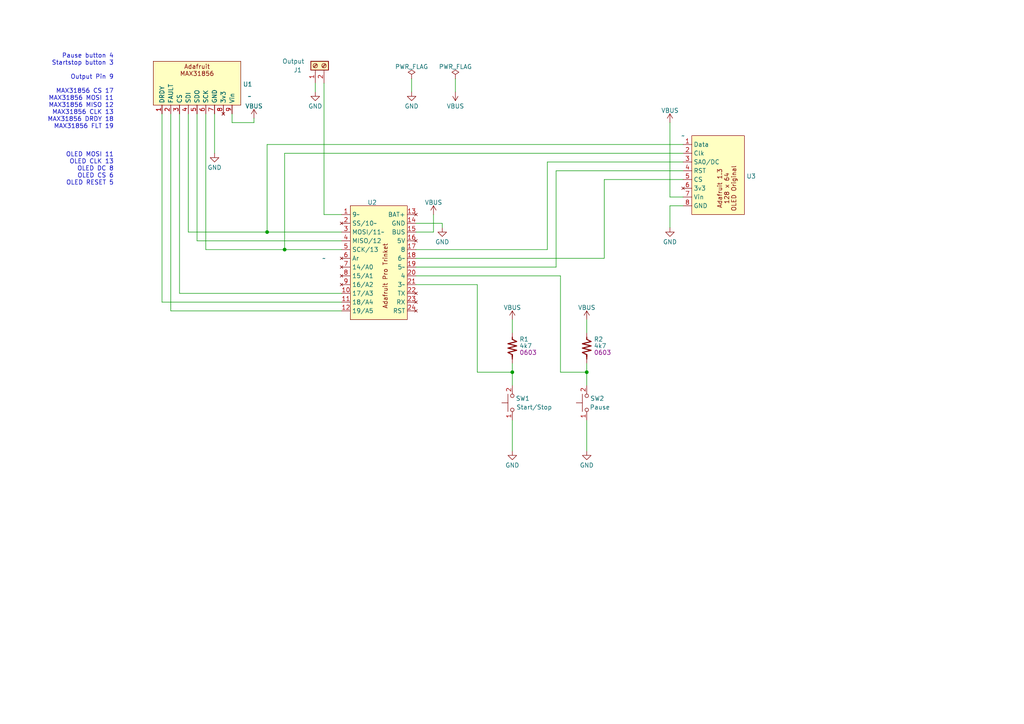
<source format=kicad_sch>
(kicad_sch (version 20230121) (generator eeschema)
  (paper "A4")
  (lib_symbols
    (symbol "MyBoards:Adafruit_1.3_128_x_64_OLED_Original"
      (property "Reference" "U2" (at 10.4768 1.9765 90))
      (property "Value" "~" (at 0 0 0))
      (symbol "Adafruit_1.3_128_x_64_OLED_Original_1_1"
        (rectangle (start 2.54 0) (end 17.78 -22.86) (fill (type background)))
        (text "Adafruit 1.3\n128 x 64\nOLED Original" (at 12.7 -15.24 900) (effects (font (size 1.27 1.27))))
        (pin input line (at 0 -2.54 0) (length 2.54) (name "Data") (number "1"))
        (pin input line (at 0 -5.08 0) (length 2.54) (name "Clk") (number "2"))
        (pin input line (at 0 -7.62 0) (length 2.54) (name "SA0/DC") (number "3"))
        (pin input line (at 0 -10.16 0) (length 2.54) (name "RST") (number "4"))
        (pin input line (at 0 -12.7 0) (length 2.54) (name "CS") (number "5"))
        (pin no_connect line (at 0 -15.24 0) (length 2.54) (name "3v3") (number "6"))
        (pin passive line (at 0 -17.78 0) (length 2.54) (name "Vin") (number "7"))
        (pin passive line (at 0 -20.32 0) (length 2.54) (name "GND") (number "8"))
      )
    )
    (symbol "MyBoards:Adafruit_MAX31856"
      (property "Reference" "U3" (at 0.5635 -3.4932 0))
      (property "Value" "~" (at 0 0 0))
      (symbol "Adafruit_MAX31856_1_1"
        (rectangle (start 2.54 2.54) (end 27.94 -10.16) (fill (type background)))
        (text "Adafruit\nMAX31856" (at 15.24 -7.62 0) (effects (font (size 1.27 1.27))))
        (pin bidirectional line (at 25.4 5.08 270) (length 2.54) (name "DRDY") (number "1"))
        (pin bidirectional line (at 22.86 5.08 270) (length 2.54) (name "FAULT") (number "2"))
        (pin bidirectional line (at 20.32 5.08 270) (length 2.54) (name "CS") (number "3"))
        (pin bidirectional line (at 17.78 5.08 270) (length 2.54) (name "SDI") (number "4"))
        (pin bidirectional line (at 15.24 5.08 270) (length 2.54) (name "SDO") (number "5"))
        (pin bidirectional line (at 12.7 5.08 270) (length 2.54) (name "SCK") (number "6"))
        (pin passive line (at 10.16 5.08 270) (length 2.54) (name "GND") (number "7"))
        (pin no_connect line (at 7.62 5.08 270) (length 2.54) (name "3v3") (number "8"))
        (pin passive line (at 5.08 5.08 270) (length 2.54) (name "Vin") (number "9"))
      )
    )
    (symbol "MyBoards:Adafruit_Pro_Trinket"
      (property "Reference" "U1" (at 6.35 -1.5781 0))
      (property "Value" "~" (at -7.62 -17.78 0))
      (symbol "Adafruit_Pro_Trinket_1_1"
        (rectangle (start 0 -2.54) (end 16.51 -35.56) (fill (type background)))
        (text "Adafruit Pro Trinket" (at 10.16 -22.86 900) (effects (font (size 1.27 1.27))))
        (pin bidirectional line (at -2.54 -5.08 0) (length 2.54) (name "9~") (number "1"))
        (pin bidirectional line (at -2.54 -27.94 0) (length 2.54) (name "17/A3") (number "10"))
        (pin bidirectional line (at -2.54 -30.48 0) (length 2.54) (name "18/A4") (number "11"))
        (pin bidirectional line (at -2.54 -33.02 0) (length 2.54) (name "19/A5") (number "12"))
        (pin no_connect line (at 19.05 -5.08 180) (length 2.54) (name "BAT+") (number "13"))
        (pin passive line (at 19.05 -7.62 180) (length 2.54) (name "GND") (number "14"))
        (pin passive line (at 19.05 -10.16 180) (length 2.54) (name "BUS") (number "15"))
        (pin no_connect line (at 19.05 -12.7 180) (length 2.54) (name "5V") (number "16"))
        (pin bidirectional line (at 19.05 -15.24 180) (length 2.54) (name "8") (number "17"))
        (pin bidirectional line (at 19.05 -17.78 180) (length 2.54) (name "6~") (number "18"))
        (pin bidirectional line (at 19.05 -20.32 180) (length 2.54) (name "5~") (number "19"))
        (pin no_connect line (at -2.54 -7.62 0) (length 2.54) (name "SS/10~") (number "2"))
        (pin bidirectional line (at 19.05 -22.86 180) (length 2.54) (name "4") (number "20"))
        (pin bidirectional line (at 19.05 -25.4 180) (length 2.54) (name "3~") (number "21"))
        (pin no_connect line (at 19.05 -27.94 180) (length 2.54) (name "TX") (number "22"))
        (pin no_connect line (at 19.05 -30.48 180) (length 2.54) (name "RX") (number "23"))
        (pin no_connect line (at 19.05 -33.02 180) (length 2.54) (name "RST") (number "24"))
        (pin bidirectional line (at -2.54 -10.16 0) (length 2.54) (name "MOSI/11~") (number "3"))
        (pin bidirectional line (at -2.54 -12.7 0) (length 2.54) (name "MISO/12") (number "4"))
        (pin bidirectional line (at -2.54 -15.24 0) (length 2.54) (name "SCK/13") (number "5"))
        (pin no_connect line (at -2.54 -17.78 0) (length 2.54) (name "Ar") (number "6"))
        (pin no_connect line (at -2.54 -20.32 0) (length 2.54) (name "14/A0") (number "7"))
        (pin no_connect line (at -2.54 -22.86 0) (length 2.54) (name "15/A1") (number "8"))
        (pin no_connect line (at -2.54 -25.4 0) (length 2.54) (name "16/A2") (number "9"))
      )
    )
    (symbol "MyResistors:R_vert" (pin_numbers hide) (pin_names (offset 0))
      (property "Reference" "R" (at 2.54 2.54 0))
      (property "Value" "R_vert" (at 2.54 0 0))
      (property "Package Size" "XXXX" (at 2.54 -2.54 0))
      (property "MPN" "MFR P/N" (at 7.62 7.62 0))
      (symbol "R_vert_0_1"
        (polyline (pts (xy 0 -3.81) (xy 0 -2.54)) (stroke (width 0.3048)))
        (polyline (pts (xy 0 -2.54) (xy 0 -3.175)) (stroke (width 0.3048)))
        (polyline (pts (xy 0 1.905) (xy 0 2.54)) (stroke (width 0.3048)))
        (polyline (pts (xy 0 1.905) (xy 1.27 1.27) (xy -1.27 0.635) (xy 1.27 0) (xy -1.27 -0.635) (xy 1.27 -1.27) (xy -1.27 -1.905) (xy 0 -2.54)) (stroke (width 0.3048)))
      )
      (symbol "R_vert_1_1"
        (pin passive line (at 0 3.81 270) (length 1.27) (name "~") (number "1"))
        (pin passive line (at 0 -5.08 90) (length 1.27) (name "~") (number "2"))
      )
    )
    (symbol "SW_Push_1" (pin_names (offset 1.016) hide)
      (property "Reference" "SW" (at 1.27 2.54 0))
      (property "Value" "SW_Push" (at 0 -1.524 0))
      (symbol "SW_Push_1_0_1"
        (circle (center -2.032 0) (radius 0.508))
        (polyline (pts (xy 0 1.27) (xy 0 3.048)))
        (polyline (pts (xy 2.54 1.27) (xy -2.54 1.27)))
        (circle (center 2.032 0) (radius 0.508))
        (pin passive line (at -5.08 0 0) (length 2.54) (name "1") (number "1"))
        (pin passive line (at 5.08 0 180) (length 2.54) (name "2") (number "2"))
      )
    )
    (symbol "Screw_Terminal_01x02 TE 282834-2_1" (pin_names (offset 1.016) hide)
      (property "Reference" "J" (at 2.54 2.54 0))
      (property "Value" "Screw_Terminal_01x02 TE 282834-2" (at 3.81 -2.54 0))
      (symbol "Screw_Terminal_01x02 TE 282834-2_1_1_1"
        (rectangle (start -1.27 3.81) (end 1.27 -1.27) (stroke (width 0.254)) (fill (type background)))
        (polyline (pts (xy -0.5334 0.3302) (xy 0.3302 -0.508)) (stroke (width 0.1524)))
        (polyline (pts (xy -0.5334 2.8702) (xy 0.3302 2.032)) (stroke (width 0.1524)))
        (polyline (pts (xy -0.3556 0.508) (xy 0.508 -0.3302)) (stroke (width 0.1524)))
        (polyline (pts (xy -0.3556 3.048) (xy 0.508 2.2098)) (stroke (width 0.1524)))
        (circle (center 0 0) (radius 0.635) (stroke (width 0.1524)))
        (circle (center 0 2.54) (radius 0.635) (stroke (width 0.1524)))
        (pin passive line (at -5.08 2.54 0) (length 3.81) (name "Pin_1") (number "1"))
        (pin passive line (at -5.08 0 0) (length 3.81) (name "Pin_2") (number "2"))
      )
    )
    (symbol "Switch:SW_Push" (pin_names (offset 1.016) hide)
      (property "Reference" "SW" (at 1.27 2.54 0))
      (property "Value" "SW_Push" (at 0 -1.524 0))
      (symbol "SW_Push_0_1"
        (circle (center -2.032 0) (radius 0.508))
        (polyline (pts (xy 0 1.27) (xy 0 3.048)))
        (polyline (pts (xy 2.54 1.27) (xy -2.54 1.27)))
        (circle (center 2.032 0) (radius 0.508))
        (pin passive line (at -5.08 0 0) (length 2.54) (name "1") (number "1"))
        (pin passive line (at 5.08 0 180) (length 2.54) (name "2") (number "2"))
      )
    )
    (symbol "power:GND" (power) (pin_names (offset 0))
      (property "Value" "GND" (at 0 -3.81 0))
      (symbol "GND_0_1"
        (polyline (pts (xy 0 0) (xy 0 -1.27) (xy 1.27 -1.27) (xy 0 -2.54) (xy -1.27 -1.27) (xy 0 -1.27)))
      )
      (symbol "GND_1_1"
        (pin power_in line (at 0 0 270) (length 0) hide (name "GND") (number "1"))
      )
    )
    (symbol "power:PWR_FLAG" (power) (pin_numbers hide) (pin_names (offset 0) hide)
      (property "Value" "PWR_FLAG" (at 0 3.81 0))
      (symbol "PWR_FLAG_0_0"
        (pin power_out line (at 0 0 90) (length 0) (name "pwr") (number "1"))
      )
      (symbol "PWR_FLAG_0_1"
        (polyline (pts (xy 0 0) (xy 0 1.27) (xy -1.016 1.905) (xy 0 2.54) (xy 1.016 1.905) (xy 0 1.27)))
      )
    )
    (symbol "power:VBUS" (power) (pin_names (offset 0))
      (property "Value" "VBUS" (at 0 3.81 0))
      (symbol "VBUS_0_1"
        (polyline (pts (xy -0.762 1.27) (xy 0 2.54)))
        (polyline (pts (xy 0 0) (xy 0 2.54)))
        (polyline (pts (xy 0 2.54) (xy 0.762 1.27)))
      )
      (symbol "VBUS_1_1"
        (pin power_in line (at 0 0 90) (length 0) hide (name "VBUS") (number "1"))
      )
    )
  )
  (junction (at 77.47 67.31))
  (junction (at 148.59 107.95))
  (junction (at 170.18 107.95))
  (junction (at 82.55 72.39))
  (wire (pts (xy 158.75 72.39) (xy 120.65 72.39)))
  (wire (pts (xy 73.66 35.56) (xy 67.31 35.56)))
  (wire (pts (xy 148.59 92.71) (xy 148.59 96.52)))
  (wire (pts (xy 175.26 52.07) (xy 175.26 74.93)))
  (wire (pts (xy 99.06 87.63) (xy 46.99 87.63)))
  (wire (pts (xy 119.38 22.86) (xy 119.38 26.67)))
  (wire (pts (xy 120.65 74.93) (xy 175.26 74.93)))
  (wire (pts (xy 57.15 69.85) (xy 57.15 33.02)))
  (wire (pts (xy 99.06 67.31) (xy 77.47 67.31)))
  (wire (pts (xy 54.61 67.31) (xy 54.61 33.02)))
  (wire (pts (xy 46.99 87.63) (xy 46.99 33.02)))
  (wire (pts (xy 59.69 72.39) (xy 59.69 33.02)))
  (wire (pts (xy 91.44 24.13) (xy 91.44 26.67)))
  (wire (pts (xy 67.31 33.02) (xy 67.31 35.56)))
  (wire (pts (xy 120.65 82.55) (xy 138.43 82.55)))
  (wire (pts (xy 77.47 41.91) (xy 77.47 67.31)))
  (wire (pts (xy 82.55 44.45) (xy 82.55 72.39)))
  (wire (pts (xy 198.12 41.91) (xy 77.47 41.91)))
  (wire (pts (xy 132.08 22.86) (xy 132.08 26.67)))
  (wire (pts (xy 120.65 77.47) (xy 161.29 77.47)))
  (wire (pts (xy 82.55 72.39) (xy 59.69 72.39)))
  (wire (pts (xy 170.18 121.92) (xy 170.18 130.81)))
  (wire (pts (xy 138.43 82.55) (xy 138.43 107.95)))
  (wire (pts (xy 120.65 80.01) (xy 162.56 80.01)))
  (wire (pts (xy 170.18 111.76) (xy 170.18 107.95)))
  (wire (pts (xy 99.06 72.39) (xy 82.55 72.39)))
  (wire (pts (xy 148.59 111.76) (xy 148.59 107.95)))
  (wire (pts (xy 194.31 59.69) (xy 198.12 59.69)))
  (wire (pts (xy 77.47 67.31) (xy 54.61 67.31)))
  (wire (pts (xy 194.31 57.15) (xy 198.12 57.15)))
  (wire (pts (xy 162.56 80.01) (xy 162.56 107.95)))
  (wire (pts (xy 93.98 24.13) (xy 93.98 62.23)))
  (wire (pts (xy 62.23 33.02) (xy 62.23 44.45)))
  (wire (pts (xy 170.18 92.71) (xy 170.18 96.52)))
  (wire (pts (xy 148.59 107.95) (xy 148.59 105.41)))
  (wire (pts (xy 194.31 35.56) (xy 194.31 57.15)))
  (wire (pts (xy 161.29 49.53) (xy 161.29 77.47)))
  (wire (pts (xy 170.18 107.95) (xy 170.18 105.41)))
  (wire (pts (xy 128.27 64.77) (xy 128.27 66.04)))
  (wire (pts (xy 198.12 52.07) (xy 175.26 52.07)))
  (wire (pts (xy 125.73 62.23) (xy 125.73 67.31)))
  (wire (pts (xy 52.07 85.09) (xy 99.06 85.09)))
  (wire (pts (xy 194.31 59.69) (xy 194.31 66.04)))
  (wire (pts (xy 158.75 46.99) (xy 158.75 72.39)))
  (wire (pts (xy 120.65 67.31) (xy 125.73 67.31)))
  (wire (pts (xy 148.59 121.92) (xy 148.59 130.81)))
  (wire (pts (xy 93.98 62.23) (xy 99.06 62.23)))
  (wire (pts (xy 120.65 64.77) (xy 128.27 64.77)))
  (wire (pts (xy 138.43 107.95) (xy 148.59 107.95)))
  (wire (pts (xy 52.07 33.02) (xy 52.07 85.09)))
  (wire (pts (xy 49.53 90.17) (xy 49.53 33.02)))
  (wire (pts (xy 73.66 34.29) (xy 73.66 35.56)))
  (wire (pts (xy 198.12 46.99) (xy 158.75 46.99)))
  (wire (pts (xy 99.06 69.85) (xy 57.15 69.85)))
  (wire (pts (xy 162.56 107.95) (xy 170.18 107.95)))
  (wire (pts (xy 198.12 49.53) (xy 161.29 49.53)))
  (wire (pts (xy 99.06 90.17) (xy 49.53 90.17)))
  (wire (pts (xy 198.12 44.45) (xy 82.55 44.45)))
  (text "Pause button 4\nStartstop button 3\n\nOutput Pin 9\n\nMAX31856 CS 17\nMAX31856 MOSI 11\nMAX31856 MISO 12\nMAX31856 CLK 13\nMAX31856 DRDY 18\nMAX31856 FLT 19\n\n\n\nOLED MOSI 11\nOLED CLK 13\nOLED DC 8\nOLED CS 6\nOLED RESET 5\n\n" (at 33.02 55.88 0) (effects (font (size 1.27 1.27)) (justify right bottom)))
  (symbol (lib_id "power:GND") (at 148.59 130.81 0) (unit 1)
    (property "Reference" "#PWR09" (effects hide))
    (property "Value" "GND" (at 148.59 134.9455 0))
  )
  (symbol (lib_id "power:VBUS") (at 73.66 34.29 0) (unit 1)
    (property "Reference" "#PWR02" (effects hide))
    (property "Value" "VBUS" (at 73.66 30.7881 0))
  )
  (symbol (lib_id "power:GND") (at 128.27 66.04 0) (unit 1)
    (property "Reference" "#PWR06" (effects hide))
    (property "Value" "GND" (at 128.27 70.1755 0))
  )
  (symbol (lib_id "power:VBUS") (at 132.08 26.67 180) (unit 1)
    (property "Reference" "#PWR07" (effects hide))
    (property "Value" "VBUS" (at 132.08 30.8055 0))
  )
  (symbol (lib_id "power:VBUS") (at 194.31 35.56 0) (unit 1)
    (property "Reference" "#PWR012" (effects hide))
    (property "Value" "VBUS" (at 194.31 32.0581 0))
  )
  (symbol (lib_id "power:VBUS") (at 170.18 92.71 0) (unit 1)
    (property "Reference" "#PWR010" (effects hide))
    (property "Value" "VBUS" (at 170.18 89.2081 0))
  )
  (symbol (lib_id "MyResistors:R_vert") (at 148.59 100.33 0) (unit 1)
    (property "Reference" "R1" (at 150.6474 98.4003 0) (effects (justify left)))
    (property "Value" "4k7" (at 150.6474 100.3213 0) (effects (justify left)))
    (property "Footprint" "Resistor_SMD:R_0603_1608Metric_Pad0.98x0.95mm_HandSolder" (effects hide))
    (property "Package Size" "0603" (at 150.6474 102.2423 0) (effects (justify left)))
    (property "MPN" "MFR P/N" (effects hide))
    (property "Digi-Key_PN" "-" (effects hide))
    (property "Prefix" "R" (effects hide))
    (property "Website" "-" (effects hide))
    (property "Description" "-" (effects hide))
    (property "Manufacturer" "-" (effects hide))
  )
  (symbol (lib_id "power:GND") (at 119.38 26.67 0) (unit 1)
    (property "Reference" "#PWR04" (effects hide))
    (property "Value" "GND" (at 119.38 30.8055 0))
  )
  (symbol (lib_id "MyBoards:Adafruit_Pro_Trinket") (at 101.6 57.15 0) (unit 1)
    (property "Reference" "U2" (at 107.95 58.7281 0))
    (property "Value" "~" (at 93.98 74.93 0))
    (property "Footprint" "MyBoards:Adafruit Pro Trinket" (effects hide))
  )
  (symbol (lib_id "power:VBUS") (at 125.73 62.23 0) (unit 1)
    (property "Reference" "#PWR05" (effects hide))
    (property "Value" "VBUS" (at 125.73 58.7281 0))
  )
  (symbol (lib_name "SW_Push_1") (lib_id "Switch:SW_Push") (at 148.59 116.84 90) (unit 1)
    (property "Reference" "SW1" (at 153.67 115.57 90) (effects (justify left)))
    (property "Value" "Start/Stop" (at 154.94 118.11 90))
    (property "Footprint" "Button_Switch_THT:SW_TH_Tactile_Omron_B3F-10xx" (effects hide))
  )
  (symbol (lib_id "power:GND") (at 91.44 26.67 0) (unit 1)
    (property "Reference" "#PWR03" (effects hide))
    (property "Value" "GND" (at 91.44 30.8055 0))
  )
  (symbol (lib_id "power:PWR_FLAG") (at 132.08 22.86 0) (unit 1)
    (property "Reference" "#FLG02" (effects hide))
    (property "Value" "PWR_FLAG" (at 132.08 19.3581 0))
  )
  (symbol (lib_name "Screw_Terminal_01x02 TE 282834-2_1") (lib_id "MyConnectors:Screw_Terminal_01x02 TE 282834-2") (at 93.98 19.05 90) (unit 1)
    (property "Reference" "J1" (at 86.36 20.32 90))
    (property "Value" "Output" (at 85.09 17.78 90))
    (property "Footprint" "TerminalBlock_TE-Connectivity:TerminalBlock_TE_282834-2_1x02_P2.54mm_Horizontal" (effects hide))
    (property "Datasheet" "https://www.te.com/usa-en/product-282834-2.datasheet.pdf" (effects hide))
    (property "MFR PN" "282834-2" (effects hide))
    (property "MFR" "TE" (effects hide))
    (property "DIGIKEY PN" "A98333-ND" (effects hide))
  )
  (symbol (lib_id "MyBoards:Adafruit_MAX31856") (at 72.39 27.94 180) (unit 1)
    (property "Reference" "U1" (at 71.8265 24.4468 0))
    (property "Value" "~" (at 72.39 27.94 0))
    (property "Footprint" "MyBoards:Adafruit MAX31856" (effects hide))
  )
  (symbol (lib_id "power:VBUS") (at 148.59 92.71 0) (unit 1)
    (property "Reference" "#PWR08" (effects hide))
    (property "Value" "VBUS" (at 148.59 89.2081 0))
  )
  (symbol (lib_id "MyResistors:R_vert") (at 170.18 100.33 0) (unit 1)
    (property "Reference" "R2" (at 172.2374 98.4003 0) (effects (justify left)))
    (property "Value" "4k7" (at 172.2374 100.3213 0) (effects (justify left)))
    (property "Footprint" "Resistor_SMD:R_0603_1608Metric_Pad0.98x0.95mm_HandSolder" (effects hide))
    (property "Package Size" "0603" (at 172.2374 102.2423 0) (effects (justify left)))
    (property "MPN" "MFR P/N" (effects hide))
    (property "Digi-Key_PN" "-" (effects hide))
    (property "Prefix" "R" (effects hide))
    (property "Website" "-" (effects hide))
    (property "Description" "-" (effects hide))
    (property "Manufacturer" "-" (effects hide))
  )
  (symbol (lib_id "Switch:SW_Push") (at 170.18 116.84 90) (unit 1)
    (property "Reference" "SW2" (at 175.26 115.57 90) (effects (justify left)))
    (property "Value" "Pause" (at 173.99 118.11 90))
    (property "Footprint" "Button_Switch_THT:SW_TH_Tactile_Omron_B3F-10xx" (effects hide))
  )
  (symbol (lib_id "power:GND") (at 170.18 130.81 0) (unit 1)
    (property "Reference" "#PWR011" (effects hide))
    (property "Value" "GND" (at 170.18 134.9455 0))
  )
  (symbol (lib_id "power:GND") (at 62.23 44.45 0) (unit 1)
    (property "Reference" "#PWR01" (effects hide))
    (property "Value" "GND" (at 62.23 48.5855 0))
  )
  (symbol (lib_id "power:GND") (at 194.31 66.04 0) (unit 1)
    (property "Reference" "#PWR013" (effects hide))
    (property "Value" "GND" (at 194.31 70.1755 0))
  )
  (symbol (lib_id "MyBoards:Adafruit_1.3_128_x_64_OLED_Original") (at 198.12 39.37 0) (unit 1)
    (property "Reference" "U3" (at 217.8765 51.1168 0))
    (property "Value" "~" (at 198.12 39.37 0))
    (property "Footprint" "MyBoards:Adafruit 1.3 128 x 64 OLED Original" (effects hide))
  )
  (symbol (lib_id "power:PWR_FLAG") (at 119.38 22.86 0) (unit 1)
    (property "Reference" "#FLG01" (effects hide))
    (property "Value" "PWR_FLAG" (at 119.38 19.3581 0))
  )
)
</source>
